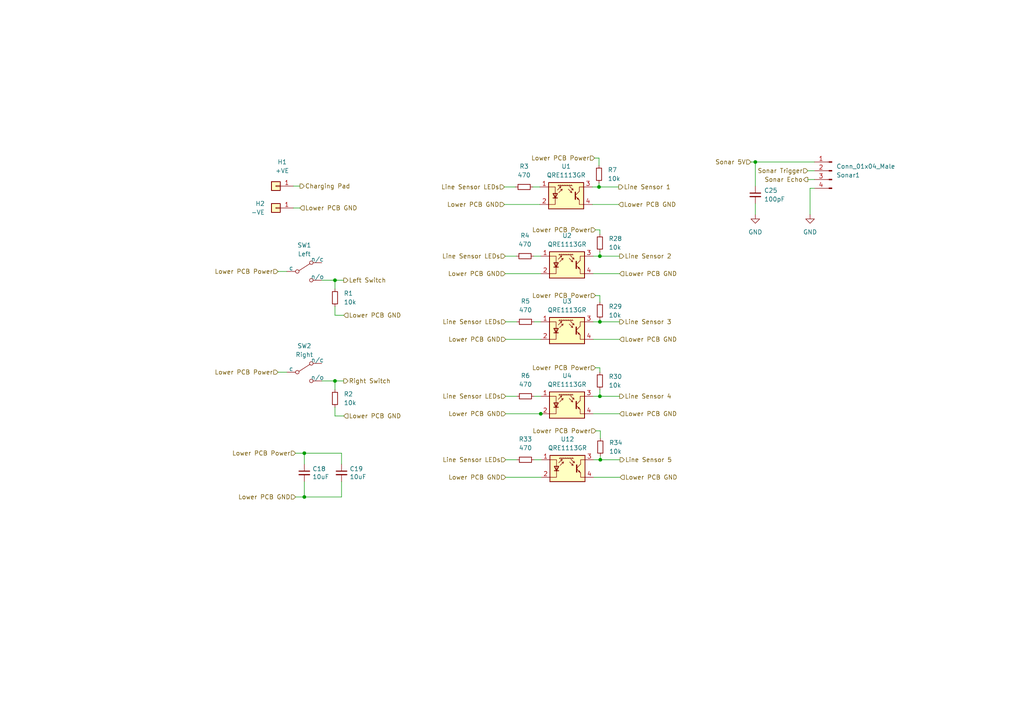
<source format=kicad_sch>
(kicad_sch (version 20210621) (generator eeschema)
  (paper "A4")
  (lib_symbols
    (symbol "Connector:Conn_01x04_Male" (pin_names (offset 1.016) hide)
      (property "Reference" "J" (at 0 5.08 0))
      (property "Value" "Conn_01x04_Male" (at 0 -7.62 0))
      (symbol "Conn_01x04_Male_1_1"
        (rectangle (start 0.8636 -4.953) (end 0 -5.207) (stroke (width 0.1524)) (fill (type outline)))
        (rectangle (start 0.8636 -2.413) (end 0 -2.667) (stroke (width 0.1524)) (fill (type outline)))
        (rectangle (start 0.8636 0.127) (end 0 -0.127) (stroke (width 0.1524)) (fill (type outline)))
        (rectangle (start 0.8636 2.667) (end 0 2.413) (stroke (width 0.1524)) (fill (type outline)))
        (polyline (pts (xy 1.27 -5.08) (xy 0.8636 -5.08)) (stroke (width 0.1524)))
        (polyline (pts (xy 1.27 -2.54) (xy 0.8636 -2.54)) (stroke (width 0.1524)))
        (polyline (pts (xy 1.27 0) (xy 0.8636 0)) (stroke (width 0.1524)))
        (polyline (pts (xy 1.27 2.54) (xy 0.8636 2.54)) (stroke (width 0.1524)))
        (pin passive line (at 5.08 2.54 180) (length 3.81) (name "Pin_1") (number "1"))
        (pin passive line (at 5.08 0 180) (length 3.81) (name "Pin_2") (number "2"))
        (pin passive line (at 5.08 -2.54 180) (length 3.81) (name "Pin_3") (number "3"))
        (pin passive line (at 5.08 -5.08 180) (length 3.81) (name "Pin_4") (number "4"))
      )
    )
    (symbol "Connector_Generic:Conn_01x01" (pin_names (offset 1.016) hide)
      (property "Reference" "J" (at 0 2.54 0))
      (property "Value" "Conn_01x01" (at 0 -2.54 0))
      (symbol "Conn_01x01_1_1"
        (rectangle (start -1.27 0.127) (end 0 -0.127) (stroke (width 0.1524)))
        (rectangle (start -1.27 1.27) (end 1.27 -1.27) (stroke (width 0.254)) (fill (type background)))
        (pin passive line (at -5.08 0 0) (length 3.81) (name "Pin_1") (number "1"))
      )
    )
    (symbol "DF-M Series Micro Switches:DF-M_Series_Micro_Switch" (pin_numbers hide) (pin_names (offset 0))
      (property "Reference" "SW" (at 0 4.318 0))
      (property "Value" "DF-M_Series_Micro_Switch" (at 0 -5.08 0))
      (symbol "DF-M_Series_Micro_Switch_0_0"
        (circle (center -2.032 0) (radius 0.508))
        (circle (center 2.032 -2.54) (radius 0.508))
      )
      (symbol "DF-M_Series_Micro_Switch_0_1"
        (circle (center 2.032 2.54) (radius 0.508))
        (polyline (pts (xy -1.524 0.254) (xy 1.651 2.286)))
      )
      (symbol "DF-M_Series_Micro_Switch_1_1"
        (pin passive line (at -5.08 0 0) (length 2.54) (name "c") (number "1"))
        (pin passive line (at 5.08 -2.54 180) (length 2.54) (name "n/o") (number "2"))
        (pin passive line (at 5.08 2.54 180) (length 2.54) (name "n/c") (number "3"))
      )
    )
    (symbol "Device:C_Small" (pin_numbers hide) (pin_names (offset 0.254) hide)
      (property "Reference" "C" (at 0.254 1.778 0))
      (property "Value" "C_Small" (at 0.254 -2.032 0))
      (symbol "C_Small_0_1"
        (polyline (pts (xy -1.524 -0.508) (xy 1.524 -0.508)) (stroke (width 0.3302)))
        (polyline (pts (xy -1.524 0.508) (xy 1.524 0.508)) (stroke (width 0.3048)))
      )
      (symbol "C_Small_1_1"
        (pin passive line (at 0 2.54 270) (length 2.032) (name "~") (number "1"))
        (pin passive line (at 0 -2.54 90) (length 2.032) (name "~") (number "2"))
      )
    )
    (symbol "Device:R_Small" (pin_numbers hide) (pin_names (offset 0.254) hide)
      (property "Reference" "R" (at 0.762 0.508 0))
      (property "Value" "R_Small" (at 0.762 -1.016 0))
      (symbol "R_Small_0_1"
        (rectangle (start -0.762 1.778) (end 0.762 -1.778) (stroke (width 0.2032)))
      )
      (symbol "R_Small_1_1"
        (pin passive line (at 0 2.54 270) (length 0.762) (name "~") (number "1"))
        (pin passive line (at 0 -2.54 90) (length 0.762) (name "~") (number "2"))
      )
    )
    (symbol "Sensor_Proximity:QRE1113GR" (pin_names (offset 0.0254) hide)
      (property "Reference" "U" (at -3.81 5.08 0))
      (property "Value" "QRE1113GR" (at 11.43 5.08 0))
      (symbol "QRE1113GR_0_1"
        (polyline (pts (xy -3.81 -0.635) (xy -2.54 -0.635)) (stroke (width 0.254)))
        (polyline (pts (xy -2.286 2.921) (xy -2.032 3.175)))
        (polyline (pts (xy -1.778 2.921) (xy -1.524 3.175)))
        (polyline (pts (xy -1.524 2.667) (xy -1.651 2.159)))
        (polyline (pts (xy -1.27 2.921) (xy -1.016 3.175)))
        (polyline (pts (xy -1.143 1.905) (xy -1.27 1.397)))
        (polyline (pts (xy -0.762 2.921) (xy -0.508 3.175)))
        (polyline (pts (xy -0.254 2.921) (xy 0 3.175)))
        (polyline (pts (xy 0.254 2.921) (xy 0.508 3.175)))
        (polyline (pts (xy 0.762 2.921) (xy 1.016 3.175)))
        (polyline (pts (xy 1.27 2.921) (xy 1.524 3.175)))
        (polyline (pts (xy 1.651 0.889) (xy 1.143 1.016)))
        (polyline (pts (xy 1.778 2.921) (xy -2.413 2.921)))
        (polyline (pts (xy 2.032 1.651) (xy 1.524 1.778)))
        (polyline (pts (xy 2.667 -0.127) (xy 3.81 -1.27)))
        (polyline (pts (xy 2.667 0.127) (xy 3.81 1.27)))
        (polyline (pts (xy -2.54 1.651) (xy -1.524 2.667) (xy -2.032 2.54)))
        (polyline (pts (xy -2.159 0.889) (xy -1.143 1.905) (xy -1.651 1.778)))
        (polyline (pts (xy 0.635 1.905) (xy 1.651 0.889) (xy 1.524 1.397)))
        (polyline (pts (xy 1.016 2.667) (xy 2.032 1.651) (xy 1.905 2.159)))
        (polyline (pts (xy 2.667 1.016) (xy 2.667 -1.016) (xy 2.667 -1.016)) (stroke (width 0.3556)))
        (polyline (pts (xy 3.81 -1.27) (xy 3.81 -2.54) (xy 5.08 -2.54)))
        (polyline (pts (xy 3.81 1.27) (xy 3.81 2.54) (xy 5.08 2.54)))
        (polyline (pts (xy -5.08 -2.54) (xy -3.175 -2.54) (xy -3.175 2.54) (xy -5.08 2.54)))
        (polyline (pts (xy -3.175 -0.635) (xy -3.81 0.635) (xy -2.54 0.635) (xy -3.175 -0.635)) (stroke (width 0.254)))
        (polyline (pts (xy 3.683 -1.143) (xy 3.429 -0.635) (xy 3.175 -0.889) (xy 3.683 -1.143)))
        (polyline (pts (xy -5.08 -3.81) (xy 5.08 -3.81) (xy 5.08 3.81) (xy -5.08 3.81) (xy -5.08 -3.81)) (stroke (width 0.254)) (fill (type background)))
      )
      (symbol "QRE1113GR_1_1"
        (pin passive line (at -7.62 2.54 0) (length 2.54) (name "A") (number "1"))
        (pin passive line (at -7.62 -2.54 0) (length 2.54) (name "K") (number "2"))
        (pin open_collector line (at 7.62 2.54 180) (length 2.54) (name "~") (number "3"))
        (pin open_emitter line (at 7.62 -2.54 180) (length 2.54) (name "~") (number "4"))
      )
    )
    (symbol "power:GND" (power) (pin_names (offset 0))
      (property "Value" "GND" (at 0 -3.81 0))
      (symbol "GND_0_1"
        (polyline (pts (xy 0 0) (xy 0 -1.27) (xy 1.27 -1.27) (xy 0 -2.54) (xy -1.27 -1.27) (xy 0 -1.27)))
      )
      (symbol "GND_1_1"
        (pin power_in line (at 0 0 270) (length 0) hide (name "GND") (number "1"))
      )
    )
  )
  (junction (at 88.265 131.445))
  (junction (at 88.265 144.145))
  (junction (at 97.155 81.28))
  (junction (at 97.155 110.49))
  (junction (at 156.845 120.015))
  (junction (at 173.736 54.229))
  (junction (at 173.99 74.295))
  (junction (at 173.99 93.345))
  (junction (at 173.99 114.935))
  (junction (at 174.117 133.35))
  (junction (at 219.075 46.99))
  (wire (pts (xy 80.645 78.74) (xy 83.185 78.74)))
  (wire (pts (xy 80.645 107.95) (xy 83.185 107.95)))
  (wire (pts (xy 85.09 53.975) (xy 86.995 53.975)))
  (wire (pts (xy 85.09 60.325) (xy 86.995 60.325)))
  (wire (pts (xy 85.725 131.445) (xy 88.265 131.445)))
  (wire (pts (xy 88.265 131.445) (xy 88.265 134.62)))
  (wire (pts (xy 88.265 131.445) (xy 99.06 131.445)))
  (wire (pts (xy 88.265 139.7) (xy 88.265 144.145)))
  (wire (pts (xy 88.265 144.145) (xy 85.725 144.145)))
  (wire (pts (xy 88.265 144.145) (xy 99.06 144.145)))
  (wire (pts (xy 93.345 81.28) (xy 97.155 81.28)))
  (wire (pts (xy 93.345 110.49) (xy 97.155 110.49)))
  (wire (pts (xy 97.155 81.28) (xy 97.155 83.82)))
  (wire (pts (xy 97.155 81.28) (xy 99.695 81.28)))
  (wire (pts (xy 97.155 91.44) (xy 97.155 88.9)))
  (wire (pts (xy 97.155 110.49) (xy 97.155 113.03)))
  (wire (pts (xy 97.155 110.49) (xy 99.695 110.49)))
  (wire (pts (xy 97.155 120.65) (xy 97.155 118.11)))
  (wire (pts (xy 99.06 131.445) (xy 99.06 134.62)))
  (wire (pts (xy 99.06 139.7) (xy 99.06 144.145)))
  (wire (pts (xy 99.695 91.44) (xy 97.155 91.44)))
  (wire (pts (xy 99.695 120.65) (xy 97.155 120.65)))
  (wire (pts (xy 146.304 54.229) (xy 149.479 54.229)))
  (wire (pts (xy 146.304 59.309) (xy 156.591 59.309)))
  (wire (pts (xy 146.558 74.295) (xy 149.733 74.295)))
  (wire (pts (xy 146.558 79.375) (xy 156.845 79.375)))
  (wire (pts (xy 146.685 93.345) (xy 149.86 93.345)))
  (wire (pts (xy 146.685 98.425) (xy 156.845 98.425)))
  (wire (pts (xy 146.685 114.935) (xy 149.86 114.935)))
  (wire (pts (xy 146.685 120.015) (xy 156.845 120.015)))
  (wire (pts (xy 146.685 133.35) (xy 149.86 133.35)))
  (wire (pts (xy 146.685 138.43) (xy 156.972 138.43)))
  (wire (pts (xy 154.559 54.229) (xy 156.591 54.229)))
  (wire (pts (xy 154.813 74.295) (xy 156.845 74.295)))
  (wire (pts (xy 154.94 93.345) (xy 156.845 93.345)))
  (wire (pts (xy 154.94 114.935) (xy 156.845 114.935)))
  (wire (pts (xy 154.94 133.35) (xy 156.972 133.35)))
  (wire (pts (xy 156.845 120.015) (xy 156.972 120.015)))
  (wire (pts (xy 171.831 54.229) (xy 173.736 54.229)))
  (wire (pts (xy 171.831 59.309) (xy 179.451 59.309)))
  (wire (pts (xy 172.085 74.295) (xy 173.99 74.295)))
  (wire (pts (xy 172.085 79.375) (xy 179.705 79.375)))
  (wire (pts (xy 172.085 93.345) (xy 173.99 93.345)))
  (wire (pts (xy 172.085 98.425) (xy 179.705 98.425)))
  (wire (pts (xy 172.085 114.935) (xy 173.99 114.935)))
  (wire (pts (xy 172.085 120.015) (xy 179.705 120.015)))
  (wire (pts (xy 172.212 133.35) (xy 174.117 133.35)))
  (wire (pts (xy 172.212 138.43) (xy 179.832 138.43)))
  (wire (pts (xy 172.466 45.847) (xy 173.736 45.847)))
  (wire (pts (xy 172.72 66.675) (xy 173.99 66.675)))
  (wire (pts (xy 172.72 85.725) (xy 173.99 85.725)))
  (wire (pts (xy 172.847 124.968) (xy 174.117 124.968)))
  (wire (pts (xy 173.736 45.847) (xy 173.736 48.006)))
  (wire (pts (xy 173.736 53.086) (xy 173.736 54.229)))
  (wire (pts (xy 173.736 54.229) (xy 179.451 54.229)))
  (wire (pts (xy 173.99 66.675) (xy 173.99 67.945)))
  (wire (pts (xy 173.99 73.025) (xy 173.99 74.295)))
  (wire (pts (xy 173.99 74.295) (xy 179.705 74.295)))
  (wire (pts (xy 173.99 85.725) (xy 173.99 87.63)))
  (wire (pts (xy 173.99 92.71) (xy 173.99 93.345)))
  (wire (pts (xy 173.99 93.345) (xy 179.705 93.345)))
  (wire (pts (xy 173.99 106.68) (xy 172.72 106.68)))
  (wire (pts (xy 173.99 107.95) (xy 173.99 106.68)))
  (wire (pts (xy 173.99 113.03) (xy 173.99 114.935)))
  (wire (pts (xy 173.99 114.935) (xy 179.705 114.935)))
  (wire (pts (xy 174.117 124.968) (xy 174.117 127.127)))
  (wire (pts (xy 174.117 132.207) (xy 174.117 133.35)))
  (wire (pts (xy 174.117 133.35) (xy 179.832 133.35)))
  (wire (pts (xy 217.805 46.99) (xy 219.075 46.99)))
  (wire (pts (xy 219.075 46.99) (xy 219.075 53.975)))
  (wire (pts (xy 219.075 46.99) (xy 236.22 46.99)))
  (wire (pts (xy 219.075 59.055) (xy 219.075 62.23)))
  (wire (pts (xy 234.315 49.53) (xy 236.22 49.53)))
  (wire (pts (xy 234.315 52.07) (xy 236.22 52.07)))
  (wire (pts (xy 234.95 54.61) (xy 234.95 62.23)))
  (wire (pts (xy 234.95 54.61) (xy 236.22 54.61)))
  (hierarchical_label "Lower PCB Power" (shape input) (at 80.645 78.74 180))
  (hierarchical_label "Lower PCB Power" (shape input) (at 80.645 107.95 180))
  (hierarchical_label "Lower PCB Power" (shape input) (at 85.725 131.445 180))
  (hierarchical_label "Lower PCB GND" (shape input) (at 85.725 144.145 180))
  (hierarchical_label "Charging Pad" (shape output) (at 86.995 53.975 0))
  (hierarchical_label "Lower PCB GND" (shape input) (at 86.995 60.325 0))
  (hierarchical_label "Left Switch" (shape output) (at 99.695 81.28 0))
  (hierarchical_label "Lower PCB GND" (shape input) (at 99.695 91.44 0))
  (hierarchical_label "Right Switch" (shape output) (at 99.695 110.49 0))
  (hierarchical_label "Lower PCB GND" (shape input) (at 99.695 120.65 0))
  (hierarchical_label "Line Sensor LEDs" (shape input) (at 146.304 54.229 180))
  (hierarchical_label "Lower PCB GND" (shape input) (at 146.304 59.309 180))
  (hierarchical_label "Line Sensor LEDs" (shape input) (at 146.558 74.295 180))
  (hierarchical_label "Lower PCB GND" (shape input) (at 146.558 79.375 180))
  (hierarchical_label "Line Sensor LEDs" (shape input) (at 146.685 93.345 180))
  (hierarchical_label "Lower PCB GND" (shape input) (at 146.685 98.425 180))
  (hierarchical_label "Line Sensor LEDs" (shape input) (at 146.685 114.935 180))
  (hierarchical_label "Lower PCB GND" (shape input) (at 146.685 120.015 180))
  (hierarchical_label "Line Sensor LEDs" (shape input) (at 146.685 133.35 180))
  (hierarchical_label "Lower PCB GND" (shape input) (at 146.685 138.43 180))
  (hierarchical_label "Lower PCB Power" (shape input) (at 172.466 45.847 180))
  (hierarchical_label "Lower PCB Power" (shape input) (at 172.72 66.675 180))
  (hierarchical_label "Lower PCB Power" (shape input) (at 172.72 85.725 180))
  (hierarchical_label "Lower PCB Power" (shape input) (at 172.72 106.68 180))
  (hierarchical_label "Lower PCB Power" (shape input) (at 172.847 124.968 180))
  (hierarchical_label "Line Sensor 1" (shape output) (at 179.451 54.229 0))
  (hierarchical_label "Lower PCB GND" (shape input) (at 179.451 59.309 0))
  (hierarchical_label "Line Sensor 2" (shape output) (at 179.705 74.295 0))
  (hierarchical_label "Lower PCB GND" (shape input) (at 179.705 79.375 0))
  (hierarchical_label "Line Sensor 3" (shape output) (at 179.705 93.345 0))
  (hierarchical_label "Lower PCB GND" (shape input) (at 179.705 98.425 0))
  (hierarchical_label "Line Sensor 4" (shape output) (at 179.705 114.935 0))
  (hierarchical_label "Lower PCB GND" (shape input) (at 179.705 120.015 0))
  (hierarchical_label "Line Sensor 5" (shape output) (at 179.832 133.35 0))
  (hierarchical_label "Lower PCB GND" (shape input) (at 179.832 138.43 0))
  (hierarchical_label "Sonar 5V" (shape input) (at 217.805 46.99 180))
  (hierarchical_label "Sonar Trigger" (shape input) (at 234.315 49.53 180))
  (hierarchical_label "Sonar Echo" (shape output) (at 234.315 52.07 180))
  (symbol (lib_id "power:GND") (at 219.075 62.23 0) (unit 1)
    (property "Reference" "#PWR0113" (effects hide))
    (property "Value" "GND" (at 219.075 67.31 0))
  )
  (symbol (lib_id "power:GND") (at 234.95 62.23 0) (unit 1)
    (property "Reference" "#PWR0112" (effects hide))
    (property "Value" "GND" (at 234.95 67.31 0))
  )
  (symbol (lib_id "Device:R_Small") (at 97.155 86.36 0) (unit 1)
    (property "Reference" "R1" (at 99.695 85.0899 0) (effects (justify left)))
    (property "Value" "10k" (at 99.695 87.6299 0) (effects (justify left)))
    (property "Footprint" "Resistor_SMD:R_0805_2012Metric_Pad1.20x1.40mm_HandSolder" (effects hide))
  )
  (symbol (lib_id "Device:R_Small") (at 97.155 115.57 0) (unit 1)
    (property "Reference" "R2" (at 99.695 114.2999 0) (effects (justify left)))
    (property "Value" "10k" (at 99.695 116.8399 0) (effects (justify left)))
    (property "Footprint" "Resistor_SMD:R_0805_2012Metric_Pad1.20x1.40mm_HandSolder" (effects hide))
  )
  (symbol (lib_id "Device:R_Small") (at 152.019 54.229 90) (unit 1)
    (property "Reference" "R3" (at 152.019 48.26 90))
    (property "Value" "470" (at 152.019 50.8 90))
    (property "Footprint" "Resistor_SMD:R_0805_2012Metric_Pad1.20x1.40mm_HandSolder" (effects hide))
  )
  (symbol (lib_id "Device:R_Small") (at 152.273 74.295 90) (unit 1)
    (property "Reference" "R4" (at 152.273 68.326 90))
    (property "Value" "470" (at 152.273 70.866 90))
    (property "Footprint" "Resistor_SMD:R_0805_2012Metric_Pad1.20x1.40mm_HandSolder" (effects hide))
  )
  (symbol (lib_id "Device:R_Small") (at 152.4 93.345 90) (unit 1)
    (property "Reference" "R5" (at 152.4 87.376 90))
    (property "Value" "470" (at 152.4 89.916 90))
    (property "Footprint" "Resistor_SMD:R_0805_2012Metric_Pad1.20x1.40mm_HandSolder" (effects hide))
  )
  (symbol (lib_id "Device:R_Small") (at 152.4 114.935 90) (unit 1)
    (property "Reference" "R6" (at 152.4 108.966 90))
    (property "Value" "470" (at 152.4 111.506 90))
    (property "Footprint" "Resistor_SMD:R_0805_2012Metric_Pad1.20x1.40mm_HandSolder" (effects hide))
  )
  (symbol (lib_id "Device:R_Small") (at 152.4 133.35 90) (unit 1)
    (property "Reference" "R33" (at 152.4 127.381 90))
    (property "Value" "470" (at 152.4 129.921 90))
    (property "Footprint" "Resistor_SMD:R_0805_2012Metric_Pad1.20x1.40mm_HandSolder" (effects hide))
  )
  (symbol (lib_id "Device:R_Small") (at 173.736 50.546 0) (unit 1)
    (property "Reference" "R7" (at 176.276 49.2759 0) (effects (justify left)))
    (property "Value" "10k" (at 176.276 51.8159 0) (effects (justify left)))
    (property "Footprint" "Resistor_SMD:R_0805_2012Metric_Pad1.20x1.40mm_HandSolder" (effects hide))
  )
  (symbol (lib_id "Device:R_Small") (at 173.99 70.485 0) (unit 1)
    (property "Reference" "R28" (at 176.53 69.2149 0) (effects (justify left)))
    (property "Value" "10k" (at 176.53 71.7549 0) (effects (justify left)))
    (property "Footprint" "Resistor_SMD:R_0805_2012Metric_Pad1.20x1.40mm_HandSolder" (effects hide))
  )
  (symbol (lib_id "Device:R_Small") (at 173.99 90.17 0) (unit 1)
    (property "Reference" "R29" (at 176.53 88.8999 0) (effects (justify left)))
    (property "Value" "10k" (at 176.53 91.4399 0) (effects (justify left)))
    (property "Footprint" "Resistor_SMD:R_0805_2012Metric_Pad1.20x1.40mm_HandSolder" (effects hide))
  )
  (symbol (lib_id "Device:R_Small") (at 173.99 110.49 0) (unit 1)
    (property "Reference" "R30" (at 176.53 109.2199 0) (effects (justify left)))
    (property "Value" "10k" (at 176.53 111.7599 0) (effects (justify left)))
    (property "Footprint" "Resistor_SMD:R_0805_2012Metric_Pad1.20x1.40mm_HandSolder" (effects hide))
  )
  (symbol (lib_id "Device:R_Small") (at 174.117 129.667 0) (unit 1)
    (property "Reference" "R34" (at 176.657 128.3969 0) (effects (justify left)))
    (property "Value" "10k" (at 176.657 130.9369 0) (effects (justify left)))
    (property "Footprint" "Resistor_SMD:R_0805_2012Metric_Pad1.20x1.40mm_HandSolder" (effects hide))
  )
  (symbol (lib_id "Device:C_Small") (at 88.265 137.16 0) (unit 1)
    (property "Reference" "C18" (at 90.6018 135.9916 0) (effects (justify left)))
    (property "Value" "10uF" (at 90.6018 138.303 0) (effects (justify left)))
    (property "Footprint" "Capacitor_SMD:C_0805_2012Metric_Pad1.18x1.45mm_HandSolder" (effects hide))
  )
  (symbol (lib_id "Device:C_Small") (at 99.06 137.16 0) (unit 1)
    (property "Reference" "C19" (at 101.3968 135.9916 0) (effects (justify left)))
    (property "Value" "10uF" (at 101.3968 138.303 0) (effects (justify left)))
    (property "Footprint" "Capacitor_SMD:C_0805_2012Metric_Pad1.18x1.45mm_HandSolder" (effects hide))
  )
  (symbol (lib_id "Device:C_Small") (at 219.075 56.515 0) (unit 1)
    (property "Reference" "C25" (at 221.615 55.2449 0) (effects (justify left)))
    (property "Value" "100pF" (at 221.615 57.7849 0) (effects (justify left)))
    (property "Footprint" "Capacitor_SMD:C_0805_2012Metric_Pad1.18x1.45mm_HandSolder" (effects hide))
  )
  (symbol (lib_id "Connector_Generic:Conn_01x01") (at 80.01 53.975 180) (unit 1)
    (property "Reference" "H1" (at 81.8515 46.99 0))
    (property "Value" "+VE" (at 81.8515 49.53 0))
    (property "Footprint" "TestPoint:TestPoint_Pad_D2.0mm" (effects hide))
  )
  (symbol (lib_id "Connector_Generic:Conn_01x01") (at 80.01 60.325 180) (unit 1)
    (property "Reference" "H2" (at 76.835 59.0549 0) (effects (justify left)))
    (property "Value" "-VE" (at 76.835 61.5949 0) (effects (justify left)))
    (property "Footprint" "TestPoint:TestPoint_Pad_D2.0mm" (effects hide))
  )
  (symbol (lib_id "Connector:Conn_01x04_Male") (at 241.3 49.53 0) (mirror y) (unit 1)
    (property "Reference" "Sonar1" (at 242.57 50.8001 0) (effects (justify right)))
    (property "Value" "Conn_01x04_Male" (at 242.57 48.2601 0) (effects (justify right)))
    (property "Footprint" "Connector_PinHeader_2.54mm:PinHeader_1x04_P2.54mm_Vertical" (effects hide))
  )
  (symbol (lib_id "DF-M Series Micro Switches:DF-M_Series_Micro_Switch") (at 88.265 78.74 0) (unit 1)
    (property "Reference" "SW1" (at 88.265 71.12 0))
    (property "Value" "Left" (at 88.265 73.66 0))
    (property "Footprint" "DF-M Series Micro Switches:TypeD" (effects hide))
  )
  (symbol (lib_id "DF-M Series Micro Switches:DF-M_Series_Micro_Switch") (at 88.265 107.95 0) (unit 1)
    (property "Reference" "SW2" (at 88.265 100.33 0))
    (property "Value" "Right" (at 88.265 102.87 0))
    (property "Footprint" "DF-M Series Micro Switches:TypeC" (effects hide))
  )
  (symbol (lib_id "Sensor_Proximity:QRE1113GR") (at 164.211 56.769 0) (unit 1)
    (property "Reference" "U1" (at 164.211 48.26 0))
    (property "Value" "QRE1113GR" (at 164.211 50.8 0))
    (property "Footprint" "OptoDevice:OnSemi_CASE100CY" (effects hide))
    (property "Datasheet" "http://www.onsemi.com/pub/Collateral/QRE1113-D.PDF" (effects hide))
  )
  (symbol (lib_id "Sensor_Proximity:QRE1113GR") (at 164.465 76.835 0) (unit 1)
    (property "Reference" "U2" (at 164.465 68.326 0))
    (property "Value" "QRE1113GR" (at 164.465 70.866 0))
    (property "Footprint" "OptoDevice:OnSemi_CASE100CY" (effects hide))
    (property "Datasheet" "http://www.onsemi.com/pub/Collateral/QRE1113-D.PDF" (effects hide))
  )
  (symbol (lib_id "Sensor_Proximity:QRE1113GR") (at 164.465 95.885 0) (unit 1)
    (property "Reference" "U3" (at 164.465 87.376 0))
    (property "Value" "QRE1113GR" (at 164.465 89.916 0))
    (property "Footprint" "OptoDevice:OnSemi_CASE100CY" (effects hide))
    (property "Datasheet" "http://www.onsemi.com/pub/Collateral/QRE1113-D.PDF" (effects hide))
  )
  (symbol (lib_id "Sensor_Proximity:QRE1113GR") (at 164.465 117.475 0) (unit 1)
    (property "Reference" "U4" (at 164.465 108.966 0))
    (property "Value" "QRE1113GR" (at 164.465 111.506 0))
    (property "Footprint" "OptoDevice:OnSemi_CASE100CY" (effects hide))
    (property "Datasheet" "http://www.onsemi.com/pub/Collateral/QRE1113-D.PDF" (effects hide))
  )
  (symbol (lib_id "Sensor_Proximity:QRE1113GR") (at 164.592 135.89 0) (unit 1)
    (property "Reference" "U12" (at 164.592 127.381 0))
    (property "Value" "QRE1113GR" (at 164.592 129.921 0))
    (property "Footprint" "OptoDevice:OnSemi_CASE100CY" (effects hide))
    (property "Datasheet" "http://www.onsemi.com/pub/Collateral/QRE1113-D.PDF" (effects hide))
  )
)
</source>
